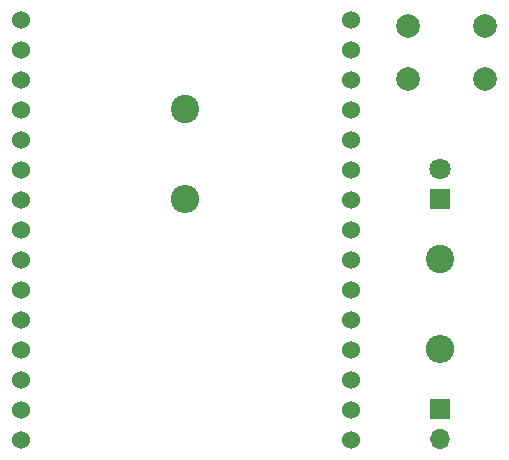
<source format=gbr>
G04 #@! TF.GenerationSoftware,KiCad,Pcbnew,5.1.5-52549c5~86~ubuntu18.04.1*
G04 #@! TF.CreationDate,2020-04-21T17:43:41+02:00*
G04 #@! TF.ProjectId,NODEMCU_PLACA_EMISOR_V01B,4e4f4445-4d43-4555-9f50-4c4143415f45,V1.0*
G04 #@! TF.SameCoordinates,Original*
G04 #@! TF.FileFunction,Copper,L1,Top*
G04 #@! TF.FilePolarity,Positive*
%FSLAX46Y46*%
G04 Gerber Fmt 4.6, Leading zero omitted, Abs format (unit mm)*
G04 Created by KiCad (PCBNEW 5.1.5-52549c5~86~ubuntu18.04.1) date 2020-04-21 17:43:41*
%MOMM*%
%LPD*%
G04 APERTURE LIST*
%ADD10C,1.524000*%
%ADD11R,1.800000X1.800000*%
%ADD12C,1.800000*%
%ADD13R,1.700000X1.700000*%
%ADD14O,1.700000X1.700000*%
%ADD15C,2.400000*%
%ADD16O,2.400000X2.400000*%
%ADD17C,2.000000*%
G04 APERTURE END LIST*
D10*
X108025001Y-64845001D03*
X108025001Y-67385001D03*
X108025001Y-69925001D03*
X108025001Y-72465001D03*
X108025001Y-75005001D03*
X108025001Y-77545001D03*
X108025001Y-80085001D03*
X108025001Y-82625001D03*
X108025001Y-85165001D03*
X108025001Y-87705001D03*
X108025001Y-90245001D03*
X108025001Y-92785001D03*
X108025001Y-95325001D03*
X108025001Y-97865001D03*
X108025001Y-100405001D03*
X135965001Y-100405001D03*
X135965001Y-97865001D03*
X135965001Y-95325001D03*
X135965001Y-92785001D03*
X135965001Y-90245001D03*
X135965001Y-87705001D03*
X135965001Y-85165001D03*
X135965001Y-82625001D03*
X135965001Y-80085001D03*
X135965001Y-77545001D03*
X135965001Y-75005001D03*
X135965001Y-72465001D03*
X135965001Y-69925001D03*
X135965001Y-67385001D03*
X135965001Y-64845001D03*
D11*
X143510000Y-80010000D03*
D12*
X143510000Y-77470000D03*
D13*
X143510000Y-97790000D03*
D14*
X143510000Y-100330000D03*
D15*
X143510000Y-85090000D03*
D16*
X143510000Y-92710000D03*
X121920000Y-80010000D03*
D15*
X121920000Y-72390000D03*
D17*
X147320000Y-65350000D03*
X147320000Y-69850000D03*
X140820000Y-65350000D03*
X140820000Y-69850000D03*
M02*

</source>
